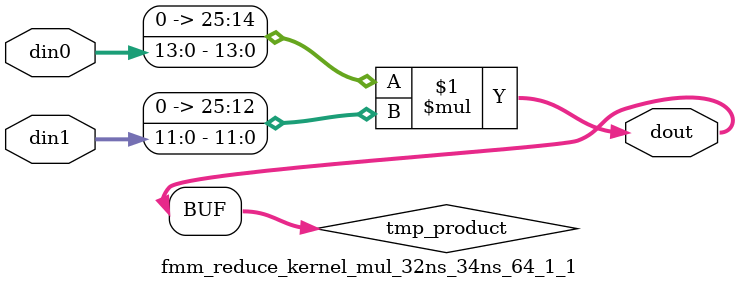
<source format=v>

`timescale 1 ns / 1 ps

 module fmm_reduce_kernel_mul_32ns_34ns_64_1_1(din0, din1, dout);
parameter ID = 1;
parameter NUM_STAGE = 0;
parameter din0_WIDTH = 14;
parameter din1_WIDTH = 12;
parameter dout_WIDTH = 26;

input [din0_WIDTH - 1 : 0] din0; 
input [din1_WIDTH - 1 : 0] din1; 
output [dout_WIDTH - 1 : 0] dout;

wire signed [dout_WIDTH - 1 : 0] tmp_product;
























assign tmp_product = $signed({1'b0, din0}) * $signed({1'b0, din1});











assign dout = tmp_product;





















endmodule

</source>
